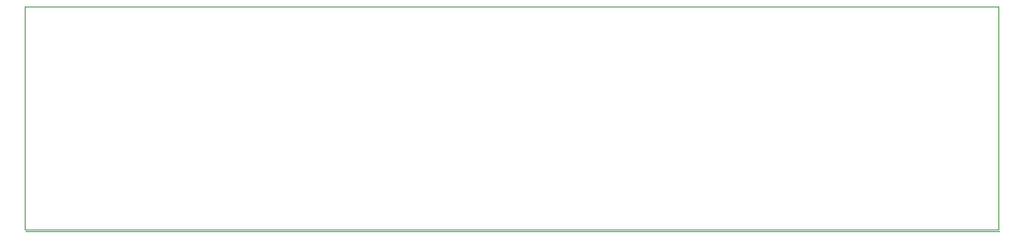
<source format=gbr>
G04 #@! TF.FileFunction,Profile,NP*
%FSLAX46Y46*%
G04 Gerber Fmt 4.6, Leading zero omitted, Abs format (unit mm)*
G04 Created by KiCad (PCBNEW 4.0.7) date 04/26/19 15:52:11*
%MOMM*%
%LPD*%
G01*
G04 APERTURE LIST*
%ADD10C,0.050000*%
%ADD11C,0.100000*%
G04 APERTURE END LIST*
D10*
D11*
X186000000Y-76000000D02*
X86000000Y-76000000D01*
X186000000Y-53000000D02*
X86000000Y-53000000D01*
X86100000Y-76100000D02*
X186100000Y-76100000D01*
X86000000Y-76000000D02*
X86000000Y-53000000D01*
X186000000Y-53000000D02*
X186000000Y-76000000D01*
M02*

</source>
